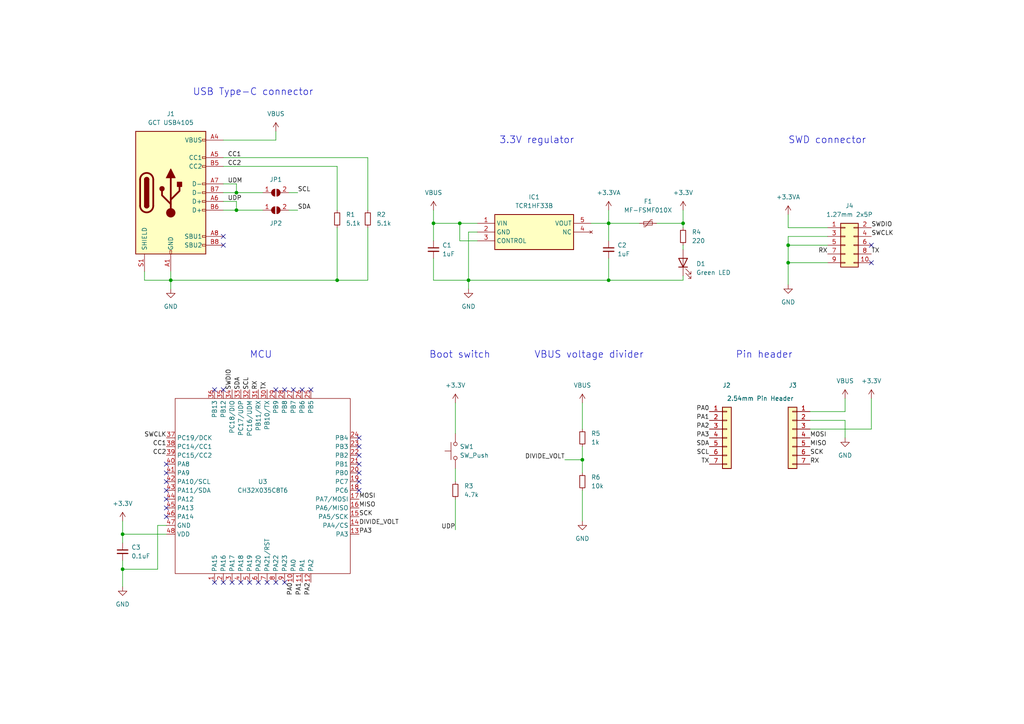
<source format=kicad_sch>
(kicad_sch (version 20230121) (generator eeschema)
  (paper "A4")
  (title_block (title "CH32X035 XIAO-Compatible Board") (date "2024-09-02") (rev "v2.0") (company "@suzan_works"))
  (lib_symbols
    (symbol "0_My_Library:CH32X035C8T6"
      (property "Reference" "U" (at -1.27 2.54 0))
      (property "Value" "CH32X035C8T6" (at 0 -2.54 0))
      (symbol "CH32X035C8T6_0_1"
        (rectangle (start -25.4 25.4) (end 25.4 -25.4))
      )
      (symbol "CH32X035C8T6_1_1"
        (pin bidirectional line (at -13.97 -27.94 90) (length 2.54) (name "PA15") (number "1"))
        (pin bidirectional line (at 8.89 -27.94 90) (length 2.54) (name "PA0") (number "10"))
        (pin bidirectional line (at 11.43 -27.94 90) (length 2.54) (name "PA1") (number "11"))
        (pin bidirectional line (at 13.97 -27.94 90) (length 2.54) (name "PA2") (number "12"))
        (pin bidirectional line (at 27.94 -13.97 180) (length 2.54) (name "PA3") (number "13"))
        (pin bidirectional line (at 27.94 -11.43 180) (length 2.54) (name "PA4/CS") (number "14"))
        (pin bidirectional line (at 27.94 -8.89 180) (length 2.54) (name "PA5/SCK") (number "15"))
        (pin bidirectional line (at 27.94 -6.35 180) (length 2.54) (name "PA6/MISO") (number "16"))
        (pin bidirectional line (at 27.94 -3.81 180) (length 2.54) (name "PA7/MOSI") (number "17"))
        (pin bidirectional line (at 27.94 -1.27 180) (length 2.54) (name "PC6") (number "18"))
        (pin bidirectional line (at 27.94 1.27 180) (length 2.54) (name "PC7") (number "19"))
        (pin bidirectional line (at -11.43 -27.94 90) (length 2.54) (name "PA16") (number "2"))
        (pin bidirectional line (at 27.94 3.81 180) (length 2.54) (name "PB0") (number "20"))
        (pin bidirectional line (at 27.94 6.35 180) (length 2.54) (name "PB1") (number "21"))
        (pin bidirectional line (at 27.94 8.89 180) (length 2.54) (name "PB2") (number "22"))
        (pin bidirectional line (at 27.94 11.43 180) (length 2.54) (name "PB3") (number "23"))
        (pin bidirectional line (at 27.94 13.97 180) (length 2.54) (name "PB4") (number "24"))
        (pin bidirectional line (at 13.97 27.94 270) (length 2.54) (name "PB5") (number "25"))
        (pin bidirectional line (at 11.43 27.94 270) (length 2.54) (name "PB6") (number "26"))
        (pin bidirectional line (at 8.89 27.94 270) (length 2.54) (name "PB7") (number "27"))
        (pin bidirectional line (at 6.35 27.94 270) (length 2.54) (name "PB8") (number "28"))
        (pin bidirectional line (at 3.81 27.94 270) (length 2.54) (name "PB9") (number "29"))
        (pin bidirectional line (at -8.89 -27.94 90) (length 2.54) (name "PA17") (number "3"))
        (pin bidirectional line (at 1.27 27.94 270) (length 2.54) (name "PB10/TX") (number "30"))
        (pin bidirectional line (at -1.27 27.94 270) (length 2.54) (name "PB11/RX") (number "31"))
        (pin bidirectional line (at -3.81 27.94 270) (length 2.54) (name "PC16/UDM") (number "32"))
        (pin bidirectional line (at -6.35 27.94 270) (length 2.54) (name "PC17/UDP") (number "33"))
        (pin bidirectional line (at -8.89 27.94 270) (length 2.54) (name "PC18/DIO") (number "34"))
        (pin bidirectional line (at -11.43 27.94 270) (length 2.54) (name "PB12") (number "35"))
        (pin bidirectional line (at -13.97 27.94 270) (length 2.54) (name "PB13") (number "36"))
        (pin bidirectional line (at -27.94 13.97 0) (length 2.54) (name "PC19/DCK") (number "37"))
        (pin bidirectional line (at -27.94 11.43 0) (length 2.54) (name "PC14/CC1") (number "38"))
        (pin bidirectional line (at -27.94 8.89 0) (length 2.54) (name "PC15/CC2") (number "39"))
        (pin bidirectional line (at -6.35 -27.94 90) (length 2.54) (name "PA18") (number "4"))
        (pin bidirectional line (at -27.94 6.35 0) (length 2.54) (name "PA8") (number "40"))
        (pin bidirectional line (at -27.94 3.81 0) (length 2.54) (name "PA9") (number "41"))
        (pin bidirectional line (at -27.94 1.27 0) (length 2.54) (name "PA10/SCL") (number "42"))
        (pin bidirectional line (at -27.94 -1.27 0) (length 2.54) (name "PA11/SDA") (number "43"))
        (pin bidirectional line (at -27.94 -3.81 0) (length 2.54) (name "PA12") (number "44"))
        (pin bidirectional line (at -27.94 -6.35 0) (length 2.54) (name "PA13") (number "45"))
        (pin bidirectional line (at -27.94 -8.89 0) (length 2.54) (name "PA14") (number "46"))
        (pin power_in line (at -27.94 -11.43 0) (length 2.54) (name "GND") (number "47"))
        (pin power_in line (at -27.94 -13.97 0) (length 2.54) (name "VDD") (number "48"))
        (pin bidirectional line (at -3.81 -27.94 90) (length 2.54) (name "PA19") (number "5"))
        (pin bidirectional line (at -1.27 -27.94 90) (length 2.54) (name "PA20") (number "6"))
        (pin bidirectional line (at 1.27 -27.94 90) (length 2.54) (name "PA21/RST") (number "7"))
        (pin bidirectional line (at 3.81 -27.94 90) (length 2.54) (name "PA22") (number "8"))
        (pin bidirectional line (at 6.35 -27.94 90) (length 2.54) (name "PA23") (number "9"))
      )
    )
    (symbol "0_My_Library:TCR1HF33B,LM_CT"
      (property "Reference" "IC" (at 15.24 7.62 0))
      (property "Value" "TCR1HF33B" (at 10.16 5.08 0))
      (symbol "TCR1HF33B,LM_CT_1_1"
        (rectangle (start 5.08 2.54) (end 27.94 -7.62) (stroke (width 0.254)) (fill (type background)))
        (pin passive line (at 0 0 0) (length 5.08) (name "VIN") (number "1"))
        (pin passive line (at 0 -2.54 0) (length 5.08) (name "GND") (number "2"))
        (pin passive line (at 0 -5.08 0) (length 5.08) (name "CONTROL") (number "3"))
        (pin no_connect line (at 33.02 -2.54 180) (length 5.08) (name "NC") (number "4"))
        (pin passive line (at 33.02 0 180) (length 5.08) (name "VOUT") (number "5"))
      )
    )
    (symbol "Connector:USB_C_Receptacle_USB2.0" (pin_names (offset 1.016))
      (property "Reference" "J" (at -10.16 19.05 0))
      (property "Value" "USB_C_Receptacle_USB2.0" (at 19.05 19.05 0))
      (symbol "USB_C_Receptacle_USB2.0_0_0"
        (rectangle (start -0.254 -17.78) (end 0.254 -16.764))
        (rectangle (start 10.16 -14.986) (end 9.144 -15.494))
        (rectangle (start 10.16 -12.446) (end 9.144 -12.954))
        (rectangle (start 10.16 -4.826) (end 9.144 -5.334))
        (rectangle (start 10.16 -2.286) (end 9.144 -2.794))
        (rectangle (start 10.16 0.254) (end 9.144 -0.254))
        (rectangle (start 10.16 2.794) (end 9.144 2.286))
        (rectangle (start 10.16 7.874) (end 9.144 7.366))
        (rectangle (start 10.16 10.414) (end 9.144 9.906))
        (rectangle (start 10.16 15.494) (end 9.144 14.986))
      )
      (symbol "USB_C_Receptacle_USB2.0_0_1"
        (rectangle (start -10.16 17.78) (end 10.16 -17.78) (stroke (width 0.254)) (fill (type background)))
        (arc (start -8.89 -3.81) (mid -6.985 -5.7067) (end -5.08 -3.81) (stroke (width 0.508)))
        (arc (start -7.62 -3.81) (mid -6.985 -4.4423) (end -6.35 -3.81) (stroke (width 0.254)))
        (arc (start -7.62 -3.81) (mid -6.985 -4.4423) (end -6.35 -3.81) (stroke (width 0.254)) (fill (type outline)))
        (rectangle (start -7.62 -3.81) (end -6.35 3.81) (stroke (width 0.254)) (fill (type outline)))
        (arc (start -6.35 3.81) (mid -6.985 4.4423) (end -7.62 3.81) (stroke (width 0.254)))
        (arc (start -6.35 3.81) (mid -6.985 4.4423) (end -7.62 3.81) (stroke (width 0.254)) (fill (type outline)))
        (arc (start -5.08 3.81) (mid -6.985 5.7067) (end -8.89 3.81) (stroke (width 0.508)))
        (circle (center -2.54 1.143) (radius 0.635) (stroke (width 0.254)) (fill (type outline)))
        (circle (center 0 -5.842) (radius 1.27) (fill (type outline)))
        (polyline (pts (xy -8.89 -3.81) (xy -8.89 3.81)) (stroke (width 0.508)))
        (polyline (pts (xy -5.08 3.81) (xy -5.08 -3.81)) (stroke (width 0.508)))
        (polyline (pts (xy 0 -5.842) (xy 0 4.318)) (stroke (width 0.508)))
        (polyline (pts (xy 0 -3.302) (xy -2.54 -0.762) (xy -2.54 0.508)) (stroke (width 0.508)))
        (polyline (pts (xy 0 -2.032) (xy 2.54 0.508) (xy 2.54 1.778)) (stroke (width 0.508)))
        (polyline (pts (xy -1.27 4.318) (xy 0 6.858) (xy 1.27 4.318) (xy -1.27 4.318)) (stroke (width 0.254)) (fill (type outline)))
        (rectangle (start 1.905 1.778) (end 3.175 3.048) (stroke (width 0.254)) (fill (type outline)))
      )
      (symbol "USB_C_Receptacle_USB2.0_1_1"
        (pin passive line (at 0 -22.86 90) (length 5.08) (name "GND") (number "A1"))
        (pin passive line (at 0 -22.86 90) (length 5.08) hide (name "GND") (number "A12"))
        (pin passive line (at 15.24 15.24 180) (length 5.08) (name "VBUS") (number "A4"))
        (pin bidirectional line (at 15.24 10.16 180) (length 5.08) (name "CC1") (number "A5"))
        (pin bidirectional line (at 15.24 -2.54 180) (length 5.08) (name "D+") (number "A6"))
        (pin bidirectional line (at 15.24 2.54 180) (length 5.08) (name "D-") (number "A7"))
        (pin bidirectional line (at 15.24 -12.7 180) (length 5.08) (name "SBU1") (number "A8"))
        (pin passive line (at 15.24 15.24 180) (length 5.08) hide (name "VBUS") (number "A9"))
        (pin passive line (at 0 -22.86 90) (length 5.08) hide (name "GND") (number "B1"))
        (pin passive line (at 0 -22.86 90) (length 5.08) hide (name "GND") (number "B12"))
        (pin passive line (at 15.24 15.24 180) (length 5.08) hide (name "VBUS") (number "B4"))
        (pin bidirectional line (at 15.24 7.62 180) (length 5.08) (name "CC2") (number "B5"))
        (pin bidirectional line (at 15.24 -5.08 180) (length 5.08) (name "D+") (number "B6"))
        (pin bidirectional line (at 15.24 0 180) (length 5.08) (name "D-") (number "B7"))
        (pin bidirectional line (at 15.24 -15.24 180) (length 5.08) (name "SBU2") (number "B8"))
        (pin passive line (at 15.24 15.24 180) (length 5.08) hide (name "VBUS") (number "B9"))
        (pin passive line (at -7.62 -22.86 90) (length 5.08) (name "SHIELD") (number "S1"))
      )
    )
    (symbol "Connector_Generic:Conn_01x07" (pin_names (offset 1.016) hide)
      (property "Reference" "J" (at 0 10.16 0))
      (property "Value" "Conn_01x07" (at 0 -10.16 0))
      (symbol "Conn_01x07_1_1"
        (rectangle (start -1.27 -7.493) (end 0 -7.747) (stroke (width 0.1524)))
        (rectangle (start -1.27 -4.953) (end 0 -5.207) (stroke (width 0.1524)))
        (rectangle (start -1.27 -2.413) (end 0 -2.667) (stroke (width 0.1524)))
        (rectangle (start -1.27 0.127) (end 0 -0.127) (stroke (width 0.1524)))
        (rectangle (start -1.27 2.667) (end 0 2.413) (stroke (width 0.1524)))
        (rectangle (start -1.27 5.207) (end 0 4.953) (stroke (width 0.1524)))
        (rectangle (start -1.27 7.747) (end 0 7.493) (stroke (width 0.1524)))
        (rectangle (start -1.27 8.89) (end 1.27 -8.89) (stroke (width 0.254)) (fill (type background)))
        (pin passive line (at -5.08 7.62 0) (length 3.81) (name "Pin_1") (number "1"))
        (pin passive line (at -5.08 5.08 0) (length 3.81) (name "Pin_2") (number "2"))
        (pin passive line (at -5.08 2.54 0) (length 3.81) (name "Pin_3") (number "3"))
        (pin passive line (at -5.08 0 0) (length 3.81) (name "Pin_4") (number "4"))
        (pin passive line (at -5.08 -2.54 0) (length 3.81) (name "Pin_5") (number "5"))
        (pin passive line (at -5.08 -5.08 0) (length 3.81) (name "Pin_6") (number "6"))
        (pin passive line (at -5.08 -7.62 0) (length 3.81) (name "Pin_7") (number "7"))
      )
    )
    (symbol "Connector_Generic:Conn_02x05_Odd_Even" (pin_names (offset 1.016) hide)
      (property "Reference" "J" (at 1.27 7.62 0))
      (property "Value" "Conn_02x05_Odd_Even" (at 1.27 -7.62 0))
      (symbol "Conn_02x05_Odd_Even_1_1"
        (rectangle (start -1.27 -4.953) (end 0 -5.207) (stroke (width 0.1524)))
        (rectangle (start -1.27 -2.413) (end 0 -2.667) (stroke (width 0.1524)))
        (rectangle (start -1.27 0.127) (end 0 -0.127) (stroke (width 0.1524)))
        (rectangle (start -1.27 2.667) (end 0 2.413) (stroke (width 0.1524)))
        (rectangle (start -1.27 5.207) (end 0 4.953) (stroke (width 0.1524)))
        (rectangle (start -1.27 6.35) (end 3.81 -6.35) (stroke (width 0.254)) (fill (type background)))
        (rectangle (start 3.81 -4.953) (end 2.54 -5.207) (stroke (width 0.1524)))
        (rectangle (start 3.81 -2.413) (end 2.54 -2.667) (stroke (width 0.1524)))
        (rectangle (start 3.81 0.127) (end 2.54 -0.127) (stroke (width 0.1524)))
        (rectangle (start 3.81 2.667) (end 2.54 2.413) (stroke (width 0.1524)))
        (rectangle (start 3.81 5.207) (end 2.54 4.953) (stroke (width 0.1524)))
        (pin passive line (at -5.08 5.08 0) (length 3.81) (name "Pin_1") (number "1"))
        (pin passive line (at 7.62 -5.08 180) (length 3.81) (name "Pin_10") (number "10"))
        (pin passive line (at 7.62 5.08 180) (length 3.81) (name "Pin_2") (number "2"))
        (pin passive line (at -5.08 2.54 0) (length 3.81) (name "Pin_3") (number "3"))
        (pin passive line (at 7.62 2.54 180) (length 3.81) (name "Pin_4") (number "4"))
        (pin passive line (at -5.08 0 0) (length 3.81) (name "Pin_5") (number "5"))
        (pin passive line (at 7.62 0 180) (length 3.81) (name "Pin_6") (number "6"))
        (pin passive line (at -5.08 -2.54 0) (length 3.81) (name "Pin_7") (number "7"))
        (pin passive line (at 7.62 -2.54 180) (length 3.81) (name "Pin_8") (number "8"))
        (pin passive line (at -5.08 -5.08 0) (length 3.81) (name "Pin_9") (number "9"))
      )
    )
    (symbol "Device:C_Small" (pin_numbers hide) (pin_names (offset 0.254) hide)
      (property "Reference" "C" (at 0.254 1.778 0))
      (property "Value" "C_Small" (at 0.254 -2.032 0))
      (symbol "C_Small_0_1"
        (polyline (pts (xy -1.524 -0.508) (xy 1.524 -0.508)) (stroke (width 0.3302)))
        (polyline (pts (xy -1.524 0.508) (xy 1.524 0.508)) (stroke (width 0.3048)))
      )
      (symbol "C_Small_1_1"
        (pin passive line (at 0 2.54 270) (length 2.032) (name "~") (number "1"))
        (pin passive line (at 0 -2.54 90) (length 2.032) (name "~") (number "2"))
      )
    )
    (symbol "Device:LED" (pin_numbers hide) (pin_names (offset 1.016) hide)
      (property "Reference" "D" (at 0 2.54 0))
      (property "Value" "LED" (at 0 -2.54 0))
      (symbol "LED_0_1"
        (polyline (pts (xy -1.27 -1.27) (xy -1.27 1.27)) (stroke (width 0.254)))
        (polyline (pts (xy -1.27 0) (xy 1.27 0)))
        (polyline (pts (xy 1.27 -1.27) (xy 1.27 1.27) (xy -1.27 0) (xy 1.27 -1.27)) (stroke (width 0.254)))
        (polyline (pts (xy -3.048 -0.762) (xy -4.572 -2.286) (xy -3.81 -2.286) (xy -4.572 -2.286) (xy -4.572 -1.524)))
        (polyline (pts (xy -1.778 -0.762) (xy -3.302 -2.286) (xy -2.54 -2.286) (xy -3.302 -2.286) (xy -3.302 -1.524)))
      )
      (symbol "LED_1_1"
        (pin passive line (at -3.81 0 0) (length 2.54) (name "K") (number "1"))
        (pin passive line (at 3.81 0 180) (length 2.54) (name "A") (number "2"))
      )
    )
    (symbol "Device:Polyfuse_Small" (pin_numbers hide) (pin_names (offset 0))
      (property "Reference" "F" (at -1.905 0 90))
      (property "Value" "Polyfuse_Small" (at 1.905 0 90))
      (symbol "Polyfuse_Small_0_1"
        (rectangle (start -0.508 1.27) (end 0.508 -1.27))
        (polyline (pts (xy 0 2.54) (xy 0 -2.54)))
        (polyline (pts (xy -1.016 1.27) (xy -1.016 0.762) (xy 1.016 -0.762) (xy 1.016 -1.27)))
      )
      (symbol "Polyfuse_Small_1_1"
        (pin passive line (at 0 2.54 270) (length 0.635) (name "~") (number "1"))
        (pin passive line (at 0 -2.54 90) (length 0.635) (name "~") (number "2"))
      )
    )
    (symbol "Device:R_Small" (pin_numbers hide) (pin_names (offset 0.254) hide)
      (property "Reference" "R" (at 0.762 0.508 0))
      (property "Value" "R_Small" (at 0.762 -1.016 0))
      (symbol "R_Small_0_1"
        (rectangle (start -0.762 1.778) (end 0.762 -1.778) (stroke (width 0.2032)))
      )
      (symbol "R_Small_1_1"
        (pin passive line (at 0 2.54 270) (length 0.762) (name "~") (number "1"))
        (pin passive line (at 0 -2.54 90) (length 0.762) (name "~") (number "2"))
      )
    )
    (symbol "Jumper:SolderJumper_2_Open" (pin_names (offset 0) hide)
      (property "Reference" "JP" (at 0 2.032 0))
      (property "Value" "SolderJumper_2_Open" (at 0 -2.54 0))
      (symbol "SolderJumper_2_Open_0_1"
        (arc (start -0.254 1.016) (mid -1.2656 0) (end -0.254 -1.016))
        (arc (start -0.254 1.016) (mid -1.2656 0) (end -0.254 -1.016) (fill (type outline)))
        (polyline (pts (xy -0.254 1.016) (xy -0.254 -1.016)))
        (polyline (pts (xy 0.254 1.016) (xy 0.254 -1.016)))
        (arc (start 0.254 -1.016) (mid 1.2656 0) (end 0.254 1.016))
        (arc (start 0.254 -1.016) (mid 1.2656 0) (end 0.254 1.016) (fill (type outline)))
      )
      (symbol "SolderJumper_2_Open_1_1"
        (pin passive line (at -3.81 0 0) (length 2.54) (name "A") (number "1"))
        (pin passive line (at 3.81 0 180) (length 2.54) (name "B") (number "2"))
      )
    )
    (symbol "Switch:SW_Push" (pin_numbers hide) (pin_names (offset 1.016) hide)
      (property "Reference" "SW" (at 1.27 2.54 0))
      (property "Value" "SW_Push" (at 0 -1.524 0))
      (symbol "SW_Push_0_1"
        (circle (center -2.032 0) (radius 0.508))
        (polyline (pts (xy 0 1.27) (xy 0 3.048)))
        (polyline (pts (xy 2.54 1.27) (xy -2.54 1.27)))
        (circle (center 2.032 0) (radius 0.508))
        (pin passive line (at -5.08 0 0) (length 2.54) (name "1") (number "1"))
        (pin passive line (at 5.08 0 180) (length 2.54) (name "2") (number "2"))
      )
    )
    (symbol "power:+3.3V" (power) (pin_names (offset 0))
      (property "Value" "+3.3V" (at 0 3.556 0))
      (symbol "+3.3V_0_1"
        (polyline (pts (xy -0.762 1.27) (xy 0 2.54)))
        (polyline (pts (xy 0 0) (xy 0 2.54)))
        (polyline (pts (xy 0 2.54) (xy 0.762 1.27)))
      )
      (symbol "+3.3V_1_1"
        (pin power_in line (at 0 0 90) (length 0) hide (name "+3.3V") (number "1"))
      )
    )
    (symbol "power:+3.3VA" (power) (pin_names (offset 0))
      (property "Value" "+3.3VA" (at 0 3.556 0))
      (symbol "+3.3VA_0_1"
        (polyline (pts (xy -0.762 1.27) (xy 0 2.54)))
        (polyline (pts (xy 0 0) (xy 0 2.54)))
        (polyline (pts (xy 0 2.54) (xy 0.762 1.27)))
      )
      (symbol "+3.3VA_1_1"
        (pin power_in line (at 0 0 90) (length 0) hide (name "+3.3VA") (number "1"))
      )
    )
    (symbol "power:GND" (power) (pin_names (offset 0))
      (property "Value" "GND" (at 0 -3.81 0))
      (symbol "GND_0_1"
        (polyline (pts (xy 0 0) (xy 0 -1.27) (xy 1.27 -1.27) (xy 0 -2.54) (xy -1.27 -1.27) (xy 0 -1.27)))
      )
      (symbol "GND_1_1"
        (pin power_in line (at 0 0 270) (length 0) hide (name "GND") (number "1"))
      )
    )
    (symbol "power:VBUS" (power) (pin_names (offset 0))
      (property "Value" "VBUS" (at 0 3.81 0))
      (symbol "VBUS_0_1"
        (polyline (pts (xy -0.762 1.27) (xy 0 2.54)))
        (polyline (pts (xy 0 0) (xy 0 2.54)))
        (polyline (pts (xy 0 2.54) (xy 0.762 1.27)))
      )
      (symbol "VBUS_1_1"
        (pin power_in line (at 0 0 90) (length 0) hide (name "VBUS") (number "1"))
      )
    )
  )
  (junction (at 125.73 64.77))
  (junction (at 168.91 133.35))
  (junction (at 176.53 64.77))
  (junction (at 176.53 81.28))
  (junction (at 198.12 64.77))
  (junction (at 35.56 154.94))
  (junction (at 49.53 81.28))
  (junction (at 68.58 55.88))
  (junction (at 135.89 81.28))
  (junction (at 97.79 81.28))
  (junction (at 68.58 60.96))
  (junction (at 133.35 64.77))
  (junction (at 35.56 165.1))
  (junction (at 228.6 71.12))
  (junction (at 228.6 76.2))
  (no_connect (at 252.73 71.12))
  (no_connect (at 252.73 76.2))
  (no_connect (at 48.26 144.78))
  (no_connect (at 80.01 113.03))
  (no_connect (at 69.85 168.91))
  (no_connect (at 64.77 71.12))
  (no_connect (at 48.26 137.16))
  (no_connect (at 104.14 137.16))
  (no_connect (at 104.14 142.24))
  (no_connect (at 62.23 168.91))
  (no_connect (at 82.55 113.03))
  (no_connect (at 67.31 168.91))
  (no_connect (at 104.14 127))
  (no_connect (at 64.77 68.58))
  (no_connect (at 74.93 168.91))
  (no_connect (at 85.09 113.03))
  (no_connect (at 87.63 113.03))
  (no_connect (at 104.14 129.54))
  (no_connect (at 48.26 134.62))
  (no_connect (at 90.17 113.03))
  (no_connect (at 48.26 149.86))
  (no_connect (at 104.14 134.62))
  (no_connect (at 64.77 168.91))
  (no_connect (at 48.26 139.7))
  (no_connect (at 80.01 168.91))
  (no_connect (at 82.55 168.91))
  (no_connect (at 72.39 168.91))
  (no_connect (at 64.77 113.03))
  (no_connect (at 48.26 142.24))
  (no_connect (at 77.47 168.91))
  (no_connect (at 48.26 147.32))
  (no_connect (at 104.14 139.7))
  (no_connect (at 62.23 113.03))
  (no_connect (at 104.14 132.08))
  (wire (pts (xy 228.6 71.12) (xy 240.03 71.12)))
  (wire (pts (xy 125.73 60.96) (xy 125.73 64.77)))
  (wire (pts (xy 198.12 80.01) (xy 198.12 81.28)))
  (wire (pts (xy 64.77 45.72) (xy 106.68 45.72)))
  (wire (pts (xy 83.82 60.96) (xy 86.36 60.96)))
  (wire (pts (xy 228.6 66.04) (xy 228.6 62.23)))
  (wire (pts (xy 132.08 135.89) (xy 132.08 139.7)))
  (wire (pts (xy 138.43 67.31) (xy 135.89 67.31)))
  (wire (pts (xy 68.58 60.96) (xy 64.77 60.96)))
  (wire (pts (xy 228.6 76.2) (xy 228.6 82.55)))
  (wire (pts (xy 168.91 129.54) (xy 168.91 133.35)))
  (wire (pts (xy 228.6 71.12) (xy 228.6 76.2)))
  (wire (pts (xy 106.68 81.28) (xy 106.68 66.04)))
  (wire (pts (xy 245.11 115.57) (xy 245.11 119.38)))
  (wire (pts (xy 68.58 55.88) (xy 76.2 55.88)))
  (wire (pts (xy 168.91 133.35) (xy 168.91 137.16)))
  (wire (pts (xy 228.6 68.58) (xy 228.6 71.12)))
  (wire (pts (xy 68.58 55.88) (xy 68.58 53.34)))
  (wire (pts (xy 80.01 40.64) (xy 80.01 38.1)))
  (wire (pts (xy 125.73 64.77) (xy 133.35 64.77)))
  (wire (pts (xy 68.58 60.96) (xy 68.58 58.42)))
  (wire (pts (xy 198.12 81.28) (xy 176.53 81.28)))
  (wire (pts (xy 135.89 67.31) (xy 135.89 81.28)))
  (wire (pts (xy 49.53 81.28) (xy 49.53 83.82)))
  (wire (pts (xy 245.11 119.38) (xy 234.95 119.38)))
  (wire (pts (xy 252.73 124.46) (xy 234.95 124.46)))
  (wire (pts (xy 97.79 81.28) (xy 106.68 81.28)))
  (wire (pts (xy 176.53 74.93) (xy 176.53 81.28)))
  (wire (pts (xy 35.56 162.56) (xy 35.56 165.1)))
  (wire (pts (xy 228.6 76.2) (xy 240.03 76.2)))
  (wire (pts (xy 133.35 64.77) (xy 133.35 69.85)))
  (wire (pts (xy 168.91 142.24) (xy 168.91 151.13)))
  (wire (pts (xy 35.56 165.1) (xy 35.56 170.18)))
  (wire (pts (xy 125.73 81.28) (xy 135.89 81.28)))
  (wire (pts (xy 240.03 66.04) (xy 228.6 66.04)))
  (wire (pts (xy 106.68 45.72) (xy 106.68 60.96)))
  (wire (pts (xy 97.79 48.26) (xy 97.79 60.96)))
  (wire (pts (xy 49.53 78.74) (xy 49.53 81.28)))
  (wire (pts (xy 49.53 81.28) (xy 97.79 81.28)))
  (wire (pts (xy 64.77 40.64) (xy 80.01 40.64)))
  (wire (pts (xy 64.77 48.26) (xy 97.79 48.26)))
  (wire (pts (xy 97.79 66.04) (xy 97.79 81.28)))
  (wire (pts (xy 176.53 60.96) (xy 176.53 64.77)))
  (wire (pts (xy 198.12 60.96) (xy 198.12 64.77)))
  (wire (pts (xy 252.73 115.57) (xy 252.73 124.46)))
  (wire (pts (xy 35.56 154.94) (xy 48.26 154.94)))
  (wire (pts (xy 135.89 81.28) (xy 135.89 83.82)))
  (wire (pts (xy 132.08 144.78) (xy 132.08 153.67)))
  (wire (pts (xy 35.56 165.1) (xy 45.72 165.1)))
  (wire (pts (xy 198.12 64.77) (xy 198.12 66.04)))
  (wire (pts (xy 168.91 116.84) (xy 168.91 124.46)))
  (wire (pts (xy 64.77 53.34) (xy 68.58 53.34)))
  (wire (pts (xy 45.72 152.4) (xy 45.72 165.1)))
  (wire (pts (xy 41.91 81.28) (xy 49.53 81.28)))
  (wire (pts (xy 64.77 58.42) (xy 68.58 58.42)))
  (wire (pts (xy 35.56 154.94) (xy 35.56 157.48)))
  (wire (pts (xy 138.43 69.85) (xy 133.35 69.85)))
  (wire (pts (xy 68.58 60.96) (xy 76.2 60.96)))
  (wire (pts (xy 245.11 121.92) (xy 245.11 127)))
  (wire (pts (xy 240.03 68.58) (xy 228.6 68.58)))
  (wire (pts (xy 171.45 64.77) (xy 176.53 64.77)))
  (wire (pts (xy 190.5 64.77) (xy 198.12 64.77)))
  (wire (pts (xy 176.53 64.77) (xy 176.53 69.85)))
  (wire (pts (xy 35.56 154.94) (xy 35.56 151.13)))
  (wire (pts (xy 83.82 55.88) (xy 86.36 55.88)))
  (wire (pts (xy 125.73 74.93) (xy 125.73 81.28)))
  (wire (pts (xy 163.83 133.35) (xy 168.91 133.35)))
  (wire (pts (xy 198.12 71.12) (xy 198.12 72.39)))
  (wire (pts (xy 125.73 64.77) (xy 125.73 69.85)))
  (wire (pts (xy 41.91 78.74) (xy 41.91 81.28)))
  (wire (pts (xy 234.95 121.92) (xy 245.11 121.92)))
  (wire (pts (xy 135.89 81.28) (xy 176.53 81.28)))
  (wire (pts (xy 45.72 152.4) (xy 48.26 152.4)))
  (wire (pts (xy 133.35 64.77) (xy 138.43 64.77)))
  (wire (pts (xy 132.08 116.84) (xy 132.08 125.73)))
  (wire (pts (xy 68.58 55.88) (xy 64.77 55.88)))
  (wire (pts (xy 176.53 64.77) (xy 185.42 64.77)))
  (text "Boot switch" (at 124.46 104.14 0) (effects (font (size 2 2)) (justify left bottom)))
  (text "MCU" (at 72.39 104.14 0) (effects (font (size 2 2)) (justify left bottom)))
  (text "VBUS voltage divider" (at 154.94 104.14 0) (effects (font (size 2 2)) (justify left bottom)))
  (text "3.3V regulator" (at 144.78 41.91 0) (effects (font (size 2 2)) (justify left bottom)))
  (text "Pin header" (at 213.36 104.14 0) (effects (font (size 2 2)) (justify left bottom)))
  (text "USB Type-C connector" (at 55.88 27.94 0) (effects (font (size 2 2)) (justify left bottom)))
  (text "SWD connector" (at 228.6 41.91 0) (effects (font (size 2 2)) (justify left bottom)))
  (label "SDA" (at 205.74 129.54 180))
  (label "SCK" (at 234.95 132.08 0))
  (label "TX" (at 252.73 73.66 0))
  (label "SCL" (at 86.36 55.88 0))
  (label "PA3" (at 104.14 154.94 0))
  (label "CC2" (at 48.26 132.08 180))
  (label "TX" (at 77.47 113.03 90))
  (label "UDP" (at 132.08 153.67 180))
  (label "TX" (at 205.74 134.62 180))
  (label "SCL" (at 72.39 113.03 90))
  (label "RX" (at 234.95 134.62 0))
  (label "SWCLK" (at 252.73 68.58 0))
  (label "SWDIO" (at 252.73 66.04 0))
  (label "PA1" (at 205.74 121.92 180))
  (label "SWCLK" (at 48.26 127 180))
  (label "PA1" (at 87.63 168.91 270))
  (label "SCL" (at 205.74 132.08 180))
  (label "MOSI" (at 234.95 127 0))
  (label "SWDIO" (at 67.31 113.03 90))
  (label "PA0" (at 205.74 119.38 180))
  (label "DIVIDE_VOLT" (at 163.83 133.35 180))
  (label "CC1" (at 48.26 129.54 180))
  (label "CC1" (at 66.04 45.72 0))
  (label "MISO" (at 104.14 147.32 0))
  (label "DIVIDE_VOLT" (at 104.14 152.4 0))
  (label "RX" (at 240.03 73.66 180))
  (label "SCK" (at 104.14 149.86 0))
  (label "SDA" (at 86.36 60.96 0))
  (label "PA0" (at 85.09 168.91 270))
  (label "PA2" (at 205.74 124.46 180))
  (label "UDM" (at 66.04 53.34 0))
  (label "PA2" (at 90.17 168.91 270))
  (label "RX" (at 74.93 113.03 90))
  (label "CC2" (at 66.04 48.26 0))
  (label "PA3" (at 205.74 127 180))
  (label "MISO" (at 234.95 129.54 0))
  (label "SDA" (at 69.85 113.03 90))
  (label "UDP" (at 66.04 58.42 0))
  (label "MOSI" (at 104.14 144.78 0))
  (symbol (lib_id "Connector_Generic:Conn_01x07") (at 210.82 127 0) (unit 1)
    (property "Reference" "J2" (at 209.55 111.76 0) (effects (justify left)))
    (property "Value" "2.54mm Pin Header" (at 210.82 115.57 0) (effects (justify left)))
    (property "Footprint" "Connector_PinHeader_2.54mm:PinHeader_1x07_P2.54mm_Vertical" (effects hide))
  )
  (symbol (lib_id "power:GND") (at 35.56 170.18 0) (unit 1)
    (property "Reference" "#PWR06" (effects hide))
    (property "Value" "GND" (at 35.56 175.26 0))
  )
  (symbol (lib_id "Switch:SW_Push") (at 132.08 130.81 90) (unit 1)
    (property "Reference" "SW1" (at 133.35 129.54 90) (effects (justify right)))
    (property "Value" "SW_Push" (at 133.35 132.08 90) (effects (justify right)))
    (property "Footprint" "Button_Switch_SMD:SW_Push_SPST_NO_Alps_SKRK" (effects hide))
  )
  (symbol (lib_id "Jumper:SolderJumper_2_Open") (at 80.01 60.96 0) (unit 1)
    (property "Reference" "JP2" (at 80.01 64.77 0))
    (property "Value" "SolderJumper_2_Open" (effects hide))
    (property "Footprint" "0_My_Library:SolderJumper-2_P1.3mm_Open_Pad0.8x1.2mm" (effects hide))
  )
  (symbol (lib_id "power:+3.3V") (at 198.12 60.96 0) (unit 1)
    (property "Reference" "#PWR01" (effects hide))
    (property "Value" "+3.3V" (at 198.12 55.88 0))
  )
  (symbol (lib_id "power:+3.3V") (at 132.08 116.84 0) (unit 1)
    (property "Reference" "#PWR09" (effects hide))
    (property "Value" "+3.3V" (at 132.08 111.76 0))
  )
  (symbol (lib_id "Device:R_Small") (at 132.08 142.24 0) (unit 1)
    (property "Reference" "R3" (at 134.62 140.97 0) (effects (justify left)))
    (property "Value" "4.7k" (at 134.62 143.51 0) (effects (justify left)))
    (property "Footprint" "Resistor_SMD:R_0402_1005Metric" (effects hide))
  )
  (symbol (lib_id "Device:LED") (at 198.12 76.2 90) (unit 1)
    (property "Reference" "D1" (at 201.93 76.5175 90) (effects (justify right)))
    (property "Value" "Green LED" (at 201.93 79.0575 90) (effects (justify right)))
    (property "Footprint" "LED_SMD:LED_0402_1005Metric" (effects hide))
  )
  (symbol (lib_id "power:VBUS") (at 168.91 116.84 0) (unit 1)
    (property "Reference" "#PWR011" (effects hide))
    (property "Value" "VBUS" (at 168.91 111.76 0))
  )
  (symbol (lib_id "power:GND") (at 168.91 151.13 0) (unit 1)
    (property "Reference" "#PWR016" (effects hide))
    (property "Value" "GND" (at 168.91 156.21 0))
  )
  (symbol (lib_id "Connector:USB_C_Receptacle_USB2.0") (at 49.53 55.88 0) (unit 1)
    (property "Reference" "J1" (at 49.53 33.02 0))
    (property "Value" "GCT USB4105" (at 49.53 35.56 0))
    (property "Footprint" "Connector_USB:USB_C_Receptacle_GCT_USB4105-xx-A_16P_TopMnt_Horizontal" (effects hide))
    (property "Datasheet" "https://www.usb.org/sites/default/files/documents/usb_type-c.zip" (effects hide))
  )
  (symbol (lib_id "Connector_Generic:Conn_02x05_Odd_Even") (at 245.11 71.12 0) (unit 1)
    (property "Reference" "J4" (at 246.38 59.69 0))
    (property "Value" "1.27mm 2x5P" (at 246.38 62.23 0))
    (property "Footprint" "Connector_PinHeader_1.27mm:PinHeader_2x05_P1.27mm_Vertical_SMD" (effects hide))
  )
  (symbol (lib_id "power:VBUS") (at 80.01 38.1 0) (unit 1)
    (property "Reference" "#PWR03" (effects hide))
    (property "Value" "VBUS" (at 80.01 33.02 0))
  )
  (symbol (lib_id "power:GND") (at 49.53 83.82 0) (unit 1)
    (property "Reference" "#PWR02" (effects hide))
    (property "Value" "GND" (at 49.53 88.9 0))
  )
  (symbol (lib_id "Device:R_Small") (at 106.68 63.5 0) (unit 1)
    (property "Reference" "R2" (at 109.22 62.23 0) (effects (justify left)))
    (property "Value" "5.1k" (at 109.22 64.77 0) (effects (justify left)))
    (property "Footprint" "Resistor_SMD:R_0402_1005Metric" (effects hide))
  )
  (symbol (lib_id "Device:C_Small") (at 176.53 72.39 0) (unit 1)
    (property "Reference" "C2" (at 179.07 71.1263 0) (effects (justify left)))
    (property "Value" "1uF" (at 179.07 73.6663 0) (effects (justify left)))
    (property "Footprint" "Capacitor_SMD:C_0402_1005Metric" (effects hide))
  )
  (symbol (lib_id "power:+3.3V") (at 35.56 151.13 0) (unit 1)
    (property "Reference" "#PWR08" (effects hide))
    (property "Value" "+3.3V" (at 35.56 146.05 0))
  )
  (symbol (lib_id "0_My_Library:CH32X035C8T6") (at 76.2 140.97 0) (unit 1)
    (property "Reference" "U3" (at 76.2 139.7 0))
    (property "Value" "CH32X035C8T6" (at 76.2 142.24 0))
    (property "Footprint" "Package_QFP:LQFP-48_7x7mm_P0.5mm" (effects hide))
  )
  (symbol (lib_id "0_My_Library:TCR1HF33B,LM_CT") (at 138.43 64.77 0) (unit 1)
    (property "Reference" "IC1" (at 154.94 57.15 0))
    (property "Value" "TCR1HF33B" (at 154.94 59.69 0))
    (property "Footprint" "0_My_Library:TCR1HF33BLMCT" (effects hide))
    (property "Datasheet" "https://toshiba.semicon-storage.com/info/TCR1HF33B_datasheet_en_20230601.pdf?did=152901&prodName=TCR1HF33B" (effects hide))
    (property "Height" "1.4" (effects hide))
    (property "Manufacturer_Name" "Toshiba" (effects hide))
    (property "Manufacturer_Part_Number" "TCR1HF33B,LM(CT" (effects hide))
  )
  (symbol (lib_id "Connector_Generic:Conn_01x07") (at 229.87 127 0) (mirror y) (unit 1)
    (property "Reference" "J3" (at 231.14 111.76 0) (effects (justify left)))
    (property "Value" "Conn_01x07" (effects hide))
    (property "Footprint" "Connector_PinHeader_2.54mm:PinHeader_1x07_P2.54mm_Vertical" (effects hide))
  )
  (symbol (lib_id "Device:C_Small") (at 35.56 160.02 0) (unit 1)
    (property "Reference" "C3" (at 38.1 158.7563 0) (effects (justify left)))
    (property "Value" "0.1uF" (at 38.1 161.2963 0) (effects (justify left)))
    (property "Footprint" "Capacitor_SMD:C_0402_1005Metric" (effects hide))
  )
  (symbol (lib_id "power:GND") (at 135.89 83.82 0) (unit 1)
    (property "Reference" "#PWR05" (effects hide))
    (property "Value" "GND" (at 135.89 88.9 0))
  )
  (symbol (lib_id "Device:Polyfuse_Small") (at 187.96 64.77 90) (unit 1)
    (property "Reference" "F1" (at 187.96 58.42 90))
    (property "Value" "MF-FSMF010X" (at 187.96 60.96 90))
    (property "Footprint" "Fuse:Fuse_0603_1608Metric" (effects hide))
  )
  (symbol (lib_id "power:GND") (at 228.6 82.55 0) (unit 1)
    (property "Reference" "#PWR014" (effects hide))
    (property "Value" "GND" (at 228.6 87.63 0))
  )
  (symbol (lib_id "Device:C_Small") (at 125.73 72.39 0) (unit 1)
    (property "Reference" "C1" (at 128.27 71.1263 0) (effects (justify left)))
    (property "Value" "1uF" (at 128.27 73.6663 0) (effects (justify left)))
    (property "Footprint" "Capacitor_SMD:C_0402_1005Metric" (effects hide))
  )
  (symbol (lib_id "Device:R_Small") (at 168.91 127 0) (unit 1)
    (property "Reference" "R5" (at 171.45 125.73 0) (effects (justify left)))
    (property "Value" "1k" (at 171.45 128.27 0) (effects (justify left)))
    (property "Footprint" "Resistor_SMD:R_0402_1005Metric" (effects hide))
  )
  (symbol (lib_id "power:+3.3V") (at 252.73 115.57 0) (unit 1)
    (property "Reference" "#PWR013" (effects hide))
    (property "Value" "+3.3V" (at 252.73 110.49 0))
  )
  (symbol (lib_id "Device:R_Small") (at 97.79 63.5 0) (unit 1)
    (property "Reference" "R1" (at 100.33 62.23 0) (effects (justify left)))
    (property "Value" "5.1k" (at 100.33 64.77 0) (effects (justify left)))
    (property "Footprint" "Resistor_SMD:R_0402_1005Metric" (effects hide))
  )
  (symbol (lib_id "Jumper:SolderJumper_2_Open") (at 80.01 55.88 0) (unit 1)
    (property "Reference" "JP1" (at 80.01 52.07 0))
    (property "Value" "SolderJumper_2_Open" (effects hide))
    (property "Footprint" "0_My_Library:SolderJumper-2_P1.3mm_Open_Pad0.8x1.2mm" (effects hide))
  )
  (symbol (lib_id "Device:R_Small") (at 168.91 139.7 0) (unit 1)
    (property "Reference" "R6" (at 171.45 138.43 0) (effects (justify left)))
    (property "Value" "10k" (at 171.45 140.97 0) (effects (justify left)))
    (property "Footprint" "Resistor_SMD:R_0402_1005Metric" (effects hide))
  )
  (symbol (lib_id "power:+3.3VA") (at 228.6 62.23 0) (unit 1)
    (property "Reference" "#PWR018" (effects hide))
    (property "Value" "+3.3VA" (at 228.6 57.15 0))
  )
  (symbol (lib_id "power:GND") (at 245.11 127 0) (unit 1)
    (property "Reference" "#PWR015" (effects hide))
    (property "Value" "GND" (at 245.11 132.08 0))
  )
  (symbol (lib_id "power:VBUS") (at 125.73 60.96 0) (unit 1)
    (property "Reference" "#PWR04" (effects hide))
    (property "Value" "VBUS" (at 125.73 55.88 0))
  )
  (symbol (lib_id "Device:R_Small") (at 198.12 68.58 0) (unit 1)
    (property "Reference" "R4" (at 200.66 67.31 0) (effects (justify left)))
    (property "Value" "220" (at 200.66 69.85 0) (effects (justify left)))
    (property "Footprint" "Resistor_SMD:R_0402_1005Metric" (effects hide))
  )
  (symbol (lib_id "power:VBUS") (at 245.11 115.57 0) (unit 1)
    (property "Reference" "#PWR012" (effects hide))
    (property "Value" "VBUS" (at 245.11 110.49 0))
  )
  (symbol (lib_id "power:+3.3VA") (at 176.53 60.96 0) (unit 1)
    (property "Reference" "#PWR017" (effects hide))
    (property "Value" "+3.3VA" (at 176.53 55.88 0))
  )
)
</source>
